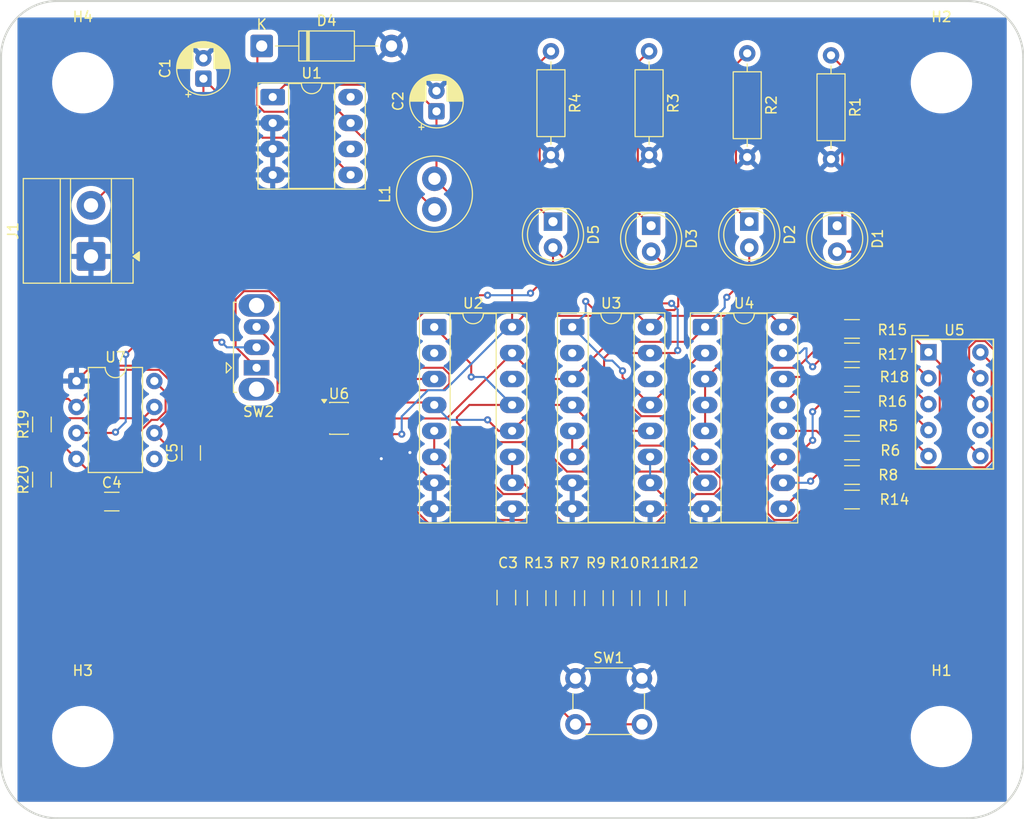
<source format=kicad_pcb>
(kicad_pcb (version 20241229) (generator "pcbnew") (generator_version "9.0")
  (layers (0 "F.Cu" signal) (2 "B.Cu" signal) (13 "F.Paste" user) (15 "B.Paste" user) (5 "F.SilkS" user "F.Silkscreen") (7 "B.SilkS" user "B.Silkscreen") (1 "F.Mask" user) (3 "B.Mask" user) (25 "Edge.Cuts" user))
  (net 0 "")
  (net 1 "GND")
  (net 2 "VD")
  (net 3 "+5V")
  (net 4 "Net-(SW2-A)")
  (net 5 "Net-(U7-THR)")
  (net 6 "Net-(D1-K)")
  (net 7 "Q0")
  (net 8 "Net-(D2-K)")
  (net 9 "Q1")
  (net 10 "Net-(D3-K)")
  (net 11 "Q2")
  (net 12 "Net-(D4-K)")
  (net 13 "Net-(D5-K)")
  (net 14 "Q3")
  (net 15 "Net-(U5-A)")
  (net 16 "Net-(U4-a)")
  (net 17 "Net-(U5-B)")
  (net 18 "Net-(U4-b)")
  (net 19 "Clock")
  (net 20 "Net-(U4-c)")
  (net 21 "Net-(U5-C)")
  (net 22 "Net-(U2A-J)")
  (net 23 "Net-(U2B-J)")
  (net 24 "Net-(U3A-J)")
  (net 25 "Net-(U3B-J)")
  (net 26 "Net-(R13-Pad1)")
  (net 27 "Net-(U5-D)")
  (net 28 "Net-(U4-d)")
  (net 29 "Net-(U4-BI)")
  (net 30 "Net-(U4-e)")
  (net 31 "Net-(U5-E)")
  (net 32 "Net-(U5-F)")
  (net 33 "Net-(U4-f)")
  (net 34 "Net-(U4-g)")
  (net 35 "Net-(U5-G)")
  (net 36 "Net-(U7-DIS)")
  (net 37 "555")
  (net 41 "RESET")
  (footprint "Resistor_SMD:R_1206_3216Metric_Pad1.30x1.75mm_HandSolder" (layer "F.Cu") (at 189.25 101.4)
    (property "Reference" "R8")
    (property "Value" "2k")
  )
  (footprint "Resistor_SMD:R_1206_3216Metric_Pad1.30x1.75mm_HandSolder" (layer "F.Cu") (at 189.25 103.8)
    (property "Reference" "R14")
    (property "Value" "2k")
  )
  (footprint "Resistor_SMD:R_1206_3216Metric_Pad1.30x1.75mm_HandSolder" (layer "F.Cu") (at 172 113.45 90)
    (property "Reference" "R12")
    (property "Value" "10k")
  )
  (footprint "Resistor_THT:R_Axial_DIN0207_L6.3mm_D2.5mm_P10.16mm_Horizontal" (layer "F.Cu") (at 187.2 60.32 -90)
    (property "Reference" "R1")
    (property "Value" "4k7")
  )
  (footprint "Resistor_SMD:R_1206_3216Metric_Pad1.30x1.75mm_HandSolder" (layer "F.Cu") (at 189.25 87.1)
    (property "Reference" "R15")
    (property "Value" "10k")
  )
  (footprint "Resistor_THT:R_Axial_DIN0207_L6.3mm_D2.5mm_P10.16mm_Horizontal" (layer "F.Cu") (at 159.8 59.92 -90)
    (property "Reference" "R4")
    (property "Value" "4k7")
  )
  (footprint "Package_DIP:DIP-16_W7.62mm_Socket_LongPads" (layer "F.Cu") (at 174.88 86.92)
    (property "Reference" "U4")
    (property "Value" "74LS47")
  )
  (footprint "Capacitor_THT:CP_Radial_D5.0mm_P2.00mm" (layer "F.Cu") (at 148.6 65.8 90)
    (property "Reference" "C2")
    (property "Value" "220U")
  )
  (footprint "Diode_THT:D_DO-41_SOD81_P12.70mm_Horizontal" (layer "F.Cu") (at 131.5 59.4)
    (property "Reference" "D4")
    (property "Value" "11DQ06")
  )
  (footprint "Button_Switch_THT:SW_Slide_SPDT_Straight_CK_OS102011MS2Q" (layer "F.Cu") (at 131 90.9 90)
    (property "Reference" "SW2")
    (property "Value" "SW_Wuerth_450301014042")
  )
  (footprint "Capacitor_SMD:C_1206_3216Metric_Pad1.33x1.80mm_HandSolder" (layer "F.Cu") (at 155.4375 113.4 90)
    (property "Reference" "C3")
    (property "Value" "1u")
  )
  (footprint "Resistor_SMD:R_1206_3216Metric_Pad1.30x1.75mm_HandSolder" (layer "F.Cu") (at 189.25 94.2)
    (property "Reference" "R16")
    (property "Value" "2k")
  )
  (footprint "Resistor_SMD:R_1206_3216Metric_Pad1.30x1.75mm_HandSolder" (layer "F.Cu") (at 169.4 113.45 90)
    (property "Reference" "R11")
    (property "Value" "10k")
  )
  (footprint "Package_DIP:DIP-16_W7.62mm_Socket_LongPads" (layer "F.Cu") (at 161.88 86.92)
    (property "Reference" "U3")
    (property "Value" "4027")
  )
  (footprint "Resistor_SMD:R_1206_3216Metric_Pad1.30x1.75mm_HandSolder" (layer "F.Cu") (at 110 101.85 90)
    (property "Reference" "R20")
    (property "Value" "47k")
  )
  (footprint "LED_THT:LED_D5.0mm" (layer "F.Cu") (at 169.6 77 -90)
    (property "Reference" "D3")
    (property "Value" "LED")
  )
  (footprint "Package_TO_SOT_SMD:SOT-23-6" (layer "F.Cu") (at 139.0625 95.85)
    (property "Reference" "U6")
    (property "Value" "74LVC1G11")
  )
  (footprint "Display_7Segment:HDSP-7401" (layer "F.Cu") (at 196.7325 89.3825)
    (property "Reference" "U5")
    (property "Value" "HDSP-7401")
  )
  (footprint "Inductor_THT:L_Radial_D7.2mm_P3.00mm_Murata_1700" (layer "F.Cu") (at 148.4 75.4 90)
    (property "Reference" "L1")
    (property "Value" "330u")
  )
  (footprint "Package_DIP:DIP-16_W7.62mm_Socket_LongPads" (layer "F.Cu") (at 148.38 86.92)
    (property "Reference" "U2")
    (property "Value" "4027")
  )
  (footprint "Capacitor_SMD:C_1206_3216Metric_Pad1.33x1.80mm_HandSolder" (layer "F.Cu") (at 116.8375 104)
    (property "Reference" "C4")
    (property "Value" "100n")
  )
  (footprint "Resistor_THT:R_Axial_DIN0207_L6.3mm_D2.5mm_P10.16mm_Horizontal" (layer "F.Cu") (at 169.4 59.92 -90)
    (property "Reference" "R3")
    (property "Value" "4k7")
  )
  (footprint "Resistor_SMD:R_1206_3216Metric_Pad1.30x1.75mm_HandSolder" (layer "F.Cu") (at 166.8 113.45 90)
    (property "Reference" "R10")
    (property "Value" "10k")
  )
  (footprint "Capacitor_SMD:C_1206_3216Metric_Pad1.33x1.80mm_HandSolder" (layer "F.Cu") (at 124.6 99.2375 90)
    (property "Reference" "C5")
    (property "Value" "10u")
  )
  (footprint "Resistor_SMD:R_1206_3216Metric_Pad1.30x1.75mm_HandSolder" (layer "F.Cu") (at 189.25 91.8)
    (property "Reference" "R18")
    (property "Value" "2k")
  )
  (footprint "MountingHole:MountingHole_5.5mm" (layer "F.Cu") (at 114 127)
    (property "Reference" "H3")
    (property "Value" "MountingHole")
  )
  (footprint "Resistor_SMD:R_1206_3216Metric_Pad1.30x1.75mm_HandSolder" (layer "F.Cu") (at 189.25 99)
    (property "Reference" "R6")
    (property "Value" "2k")
  )
  (footprint "Resistor_SMD:R_1206_3216Metric_Pad1.30x1.75mm_HandSolder" (layer "F.Cu") (at 161.2 113.45 90)
    (property "Reference" "R7")
    (property "Value" "10k")
  )
  (footprint "Package_DIP:DIP-8_W7.62mm_Socket_LongPads" (layer "F.Cu") (at 132.58 64.4)
    (property "Reference" "U1")
    (property "Value" "LM2574N-5")
  )
  (footprint "MountingHole:MountingHole_5.5mm" (layer "F.Cu") (at 198 63)
    (property "Reference" "H2")
    (property "Value" "MountingHole")
  )
  (footprint "LED_THT:LED_D5.0mm" (layer "F.Cu") (at 187.8 77 -90)
    (property "Reference" "D1")
    (property "Value" "LED")
  )
  (footprint "Resistor_SMD:R_1206_3216Metric_Pad1.30x1.75mm_HandSolder" (layer "F.Cu") (at 158.4 113.45 90)
    (property "Reference" "R13")
    (property "Value" "2k")
  )
  (footprint "LED_THT:LED_D5.0mm" (layer "F.Cu") (at 179.2 76.6 -90)
    (property "Reference" "D2")
    (property "Value" "LED")
  )
  (footprint "Button_Switch_THT:SW_PUSH_6mm_H4.3mm" (layer "F.Cu") (at 162.2 121.3)
    (property "Reference" "SW1")
    (property "Value" "SW_Push")
  )
  (footprint "Package_DIP:DIP-8_W7.62mm" (layer "F.Cu") (at 113.38 92.2)
    (property "Reference" "U7")
    (property "Value" "NE555P")
  )
  (footprint "MountingHole:MountingHole_5.5mm" (layer "F.Cu") (at 114 63)
    (property "Reference" "H4")
    (property "Value" "MountingHole")
  )
  (footprint "Capacitor_THT:CP_Radial_D5.0mm_P2.00mm" (layer "F.Cu") (at 125.8 62.6 90)
    (property "Reference" "C1")
    (property "Value" "22u")
  )
  (footprint "Resistor_SMD:R_1206_3216Metric_Pad1.30x1.75mm_HandSolder" (layer "F.Cu") (at 189.25 96.6)
    (property "Reference" "R5")
    (property "Value" "2k")
  )
  (footprint "Resistor_SMD:R_1206_3216Metric_Pad1.30x1.75mm_HandSolder" (layer "F.Cu") (at 110 96.45 90)
    (property "Reference" "R19")
    (property "Value" "47k")
  )
  (footprint "Resistor_SMD:R_1206_3216Metric_Pad1.30x1.75mm_HandSolder" (layer "F.Cu") (at 189.25 89.4)
    (property "Reference" "R17")
    (property "Value" "2k")
  )
  (footprint "Resistor_SMD:R_1206_3216Metric_Pad1.30x1.75mm_HandSolder" (layer "F.Cu") (at 164 113.45 90)
    (property "Reference" "R9")
    (property "Value" "10k")
  )
  (footprint "Resistor_THT:R_Axial_DIN0207_L6.3mm_D2.5mm_P10.16mm_Horizontal" (layer "F.Cu") (at 179 60.12 -90)
    (property "Reference" "R2")
    (property "Value" "4k7")
  )
  (footprint "TerminalBlock_MetzConnect:TerminalBlock_MetzConnect_Type011_RT05502HBLC_1x02_P5.00mm_Horizontal" (layer "F.Cu") (at 114.8 80 90)
    (property "Reference" "J1")
    (property "Value" "Screw_Terminal_01x02")
  )
  (footprint "MountingHole:MountingHole_5.5mm" (layer "F.Cu") (at 198 127)
    (property "Reference" "H1")
    (property "Value" "MountingHole")
  )
  (footprint "LED_THT:LED_D5.0mm" (layer "F.Cu") (at 160 76.6 -90)
    (property "Reference" "D5")
    (property "Value" "LED")
  )
  (gr_arc (start 106 60.5) (mid 107.610913 56.610913) (end 111.5 55) (stroke (width 0.2)) (layer "Edge.Cuts"))
  (gr_line (start 106 129.5) (end 106 60.5) (stroke (width 0.2)) (layer "Edge.Cuts"))
  (gr_line (start 200.5 135) (end 111.5 135) (stroke (width 0.2)) (layer "Edge.Cuts"))
  (gr_line (start 206 60.5) (end 206 129.5) (stroke (width 0.2)) (layer "Edge.Cuts"))
  (gr_arc (start 200.5 55) (mid 204.389087 56.610913) (end 206 60.5) (stroke (width 0.2)) (layer "Edge.Cuts"))
  (gr_arc (start 206 129.5) (mid 204.389087 133.389087) (end 200.5 135) (stroke (width 0.2)) (layer "Edge.Cuts"))
  (gr_line (start 111.5 55) (end 200.5 55) (stroke (width 0.2)) (layer "Edge.Cuts"))
  (gr_arc (start 111.5 135) (mid 107.610913 133.389087) (end 106 129.5) (stroke (width 0.2)) (layer "Edge.Cuts"))
  (segment (start 148.38 102.16) (end 146 99.78) (width 0.2) (layer "F.Cu") (net 1))
  (segment (start 160.024 119.124) (end 162.2 121.3) (width 0.2) (layer "F.Cu") (net 1))
  (segment (start 159.26016 114.049) (end 160.024 114.81284) (width 0.2) (layer "F.Cu") (net 1))
  (segment (start 138.8885 96.459032) (end 138.279468 95.85) (width 0.2) (layer "F.Cu") (net 1))
  (segment (start 125.801 101.44766) (end 123.24866 104) (width 0.2) (layer "F.Cu") (net 1))
  (segment (start 124.6 97.675) (end 125.801 98.876) (width 0.2) (layer "F.Cu") (net 1))
  (segment (start 143.2 99.8) (end 141.895532 99.8) (width 0.2) (layer "F.Cu") (net 1))
  (segment (start 124.6 93.67585) (end 124.6 97.675) (width 0.2) (layer "F.Cu") (net 1))
  (segment (start 155.4375 114.9625) (end 156.351 114.049) (width 0.2) (layer "F.Cu") (net 1))
  (segment (start 113.38 92.2) (end 114.882 90.698) (width 0.2) (layer "F.Cu") (net 1))
  (segment (start 156.351 114.049) (end 159.26016 114.049) (width 0.2) (layer "F.Cu") (net 1))
  (segment (start 125.801 98.876) (end 125.801 101.44766) (width 0.2) (layer "F.Cu") (net 1))
  (segment (start 121.62215 90.698) (end 124.6 93.67585) (width 0.2) (layer "F.Cu") (net 1))
  (segment (start 138.8885 96.792968) (end 138.8885 96.459032) (width 0.2) (layer "F.Cu") (net 1))
  (segment (start 138.279468 95.85) (end 137.925 95.85) (width 0.2) (layer "F.Cu") (net 1))
  (segment (start 160.024 114.81284) (end 160.024 119.124) (width 0.2) (layer "F.Cu") (net 1))
  (segment (start 123.24866 104) (end 118.4 104) (width 0.2) (layer "F.Cu") (net 1))
  (segment (start 141.895532 99.8) (end 138.8885 96.792968) (width 0.2) (layer "F.Cu") (net 1))
  (segment (start 146 99.78) (end 146 99.2) (width 0.2) (layer "F.Cu") (net 1))
  (segment (start 114.882 90.698) (end 121.62215 90.698) (width 0.2) (layer "F.Cu") (net 1))
  (via (at 146 99.2) (size 0.7) (drill 0.3) (layers "F.Cu" "B.Cu") (net 1))
  (via (at 143.2 99.8) (size 0.7) (drill 0.3) (layers "F.Cu" "B.Cu") (net 1))
  (segment (start 146 99.2) (end 143.8 99.2) (width 0.2) (layer "B.Cu") (net 1))
  (segment (start 143.8 99.2) (end 143.2 99.8) (width 0.2) (layer "B.Cu") (net 1))
  (segment (start 143.2 99.8) (end 143 99.6) (width 0.2) (layer "B.Cu") (net 1))
  (segment (start 125.8 64) (end 125.8 62.6) (width 0.2) (layer "F.Cu") (net 2))
  (segment (start 125.8 62.6) (end 131.579 68.379) (width 0.2) (layer "F.Cu") (net 2))
  (segment (start 136.559 68.379) (end 140.2 72.02) (width 0.2) (layer "F.Cu") (net 2))
  (segment (start 131.579 68.379) (end 136.559 68.379) (width 0.2) (layer "F.Cu") (net 2))
  (segment (start 114.8 75) (end 125.8 64) (width 0.2) (layer "F.Cu") (net 2))
  (segment (start 115.275 104) (end 115.275 101.715) (width 0.2) (layer "F.Cu") (net 3))
  (segment (start 183.496 85.924) (end 189.624 85.924) (width 0.2) (layer "F.Cu") (net 3))
  (segment (start 156 86.92) (end 157.101 85.819) (width 0.2) (layer "F.Cu") (net 3))
  (segment (start 189.624 85.924) (end 190.8 87.1) (width 0.2) (layer "F.Cu") (net 3))
  (segment (start 115.275 101.715) (end 113.38 99.82) (width 0.2) (layer "F.Cu") (net 3))
  (segment (start 143.40625 98.39375) (end 146.54605 101.533551) (width 0.2) (layer "F.Cu") (net 3))
  (segment (start 124.126 112.851) (end 115.275 104) (width 0.2) (layer "F.Cu") (net 3))
  (segment (start 148.6 65.8) (end 148.6 72.2) (width 0.2) (layer "F.Cu") (net 3))
  (segment (start 122.101 95.19605) (end 122.101 93.301) (width 0.2) (layer "F.Cu") (net 3))
  (segment (start 133.78 63.2) (end 132.58 64.4) (width 0.2) (layer "F.Cu") (net 3))
  (segment (start 148.4 72.4) (end 156 80) (width 0.2) (layer "F.Cu") (net 3))
  (segment (start 146.54605 101.533551) (end 146.54605 104.85395) (width 0.2) (layer "F.Cu") (net 3))
  (segment (start 115.275 104) (end 115.275 101.44795) (width 0.2) (layer "F.Cu") (net 3))
  (segment (start 169.4 115) (end 172 115) (width 0.2) (layer "F.Cu") (net 3))
  (segment (start 172 115) (end 161.40916 115) (width 0.2) (layer "F.Cu") (net 3))
  (segment (start 168.399 85.819) (end 169.5 86.92) (width 0.2) (layer "F.Cu") (net 3))
  (segment (start 162.376 113.824) (end 161.2 115) (width 0.2) (layer "F.Cu") (net 3))
  (segment (start 110 98) (end 111.56 98) (width 0.2) (layer "F.Cu") (net 3))
  (segment (start 140.862499 95.85) (end 143.40625 98.39375) (width 0.2) (layer "F.Cu") (net 3))
  (segment (start 169.5 86.92) (end 170.601 85.819) (width 0.2) (layer "F.Cu") (net 3))
  (segment (start 190.8 87.1) (end 194.45 87.1) (width 0.2) (layer "F.Cu") (net 3))
  (segment (start 121.29705 96) (end 122.101 95.19605) (width 0.2) (layer "F.Cu") (net 3))
  (segment (start 197.8335 90.4835) (end 197.8335 95.5635) (width 0.2) (layer "F.Cu") (net 3))
  (segment (start 111.56 98) (end 113.38 99.82) (width 0.2) (layer "F.Cu") (net 3))
  (segment (start 157.101 85.819) (end 168.399 85.819) (width 0.2) (layer "F.Cu") (net 3))
  (segment (start 166.8 115) (end 169.4 115) (width 0.2) (layer "F.Cu") (net 3))
  (segment (start 122.101 93.301) (end 121 92.2) (width 0.2) (layer "F.Cu") (net 3))
  (segment (start 146 63.2) (end 133.78 63.2) (width 0.2) (layer "F.Cu") (net 3))
  (segment (start 156 80) (end 156 86.92) (width 0.2) (layer "F.Cu") (net 3))
  (segment (start 162.376 111.26484) (end 162.376 113.824) (width 0.2) (layer "F.Cu") (net 3))
  (segment (start 144.4 97.4) (end 143.40625 98.39375) (width 0.2) (layer "F.Cu") (net 3))
  (segment (start 140.2 95.85) (end 140.862499 95.85) (width 0.2) (layer "F.Cu") (net 3))
  (segment (start 170.601 85.819) (end 181.399 85.819) (width 0.2) (layer "F.Cu") (net 3))
  (segment (start 181.399 85.819) (end 182.5 86.92) (width 0.2) (layer "F.Cu") (net 3))
  (segment (start 120.72295 96) (end 121.29705 96) (width 0.2) (layer "F.Cu") (net 3))
  (segment (start 161.2 115) (end 164 115) (width 0.2) (layer "F.Cu") (net 3))
  (segment (start 148.6 65.8) (end 146 63.2) (width 0.2) (layer "F.Cu") (net 3))
  (segment (start 148.6 72.2) (end 148.4 72.4) (width 0.2) (layer "F.Cu") (net 3))
  (segment (start 161.40916 115) (end 159.26016 112.851) (width 0.2) (layer "F.Cu") (net 3))
  (segment (start 146.54605 104.85395) (end 152.1651 110.473) (width 0.2) (layer "F.Cu") (net 3))
  (segment (start 194.45 87.1) (end 196.7325 89.3825) (width 0.2) (layer "F.Cu") (net 3))
  (segment (start 115.275 101.44795) (end 120.72295 96) (width 0.2) (layer "F.Cu") (net 3))
  (segment (start 164 115) (end 166.8 115) (width 0.2) (layer "F.Cu") (net 3))
  (segment (start 197.8335 95.5635) (end 201.8125 99.5425) (width 0.2) (layer "F.Cu") (net 3))
  (segment (start 145.2 97.4) (end 144.4 97.4) (width 0.2) (layer "F.Cu") (net 3))
  (segment (start 152.1651 110.473) (end 161.58416 110.473) (width 0.2) (layer "F.Cu") (net 3))
  (segment (start 196.7325 89.3825) (end 197.8335 90.4835) (width 0.2) (layer "F.Cu") (net 3))
  (segment (start 159.26016 112.851) (end 124.126 112.851) (width 0.2) (layer "F.Cu") (net 3))
  (segment (start 161.58416 110.473) (end 162.376 111.26484) (width 0.2) (layer "F.Cu") (net 3))
  (segment (start 182.5 86.92) (end 183.496 85.924) (width 0.2) (layer "F.Cu") (net 3))
  (via (at 145.2 97.4) (size 0.7) (drill 0.3) (layers "F.Cu" "B.Cu") (net 3))
  (segment (start 149.419 93.101) (end 155.6 86.92) (width 0.2) (layer "B.Cu") (net 3))
  (segment (start 145.2 95.6635) (end 147.7625 93.101) (width 0.2) (layer "B.Cu") (net 3))
  (segment (start 147.7625 93.101) (end 149.419 93.101) (width 0.2) (layer "B.Cu") (net 3))
  (segment (start 145.2 97.4) (end 145.2 95.6635) (width 0.2) (layer "B.Cu") (net 3))
  (segment (start 155.6 86.92) (end 156 86.92) (width 0.2) (layer "B.Cu") (net 3))
  (segment (start 155.4375 111.8375) (end 151.658032 111.8375) (width 0.2) (layer "F.Cu") (net 4))
  (segment (start 133.051 93.230468) (end 133.051 88.951) (width 0.2) (layer "F.Cu") (net 4))
  (segment (start 151.658032 111.8375) (end 133.051 93.230468) (width 0.2) (layer "F.Cu") (net 4))
  (segment (start 158.4 111.9) (end 155.5 111.9) (width 0.2) (layer "F.Cu") (net 4))
  (segment (start 133.051 88.951) (end 131 86.9) (width 0.2) (layer "F.Cu") (net 4))
  (segment (start 155.5 111.9) (end 155.4375 111.8375) (width 0.2) (layer "F.Cu") (net 4))
  (segment (start 122.502 92.14495) (end 121.45605 91.099) (width 0.2) (layer "F.Cu") (net 5))
  (segment (start 108.199 103.41016) (end 108.199 94.88984) (width 0.2) (layer "F.Cu") (net 5))
  (segment (start 110.86016 104.351) (end 109.13984 104.351) (width 0.2) (layer "F.Cu") (net 5))
  (segment (start 109.13984 104.351) (end 108.199 103.41016) (width 0.2) (layer "F.Cu") (net 5))
  (segment (start 111.176 104.03516) (end 110.86016 104.351) (width 0.2) (layer "F.Cu") (net 5))
  (segment (start 111.176 101.476) (end 111.176 104.03516) (width 0.2) (layer "F.Cu") (net 5))
  (segment (start 117.021 91.099) (end 113.38 94.74) (width 0.2) (layer "F.Cu") (net 5))
  (segment (start 122.502 95.778) (end 122.502 92.14495) (width 0.2) (layer "F.Cu") (net 5))
  (segment (start 121.45605 91.099) (end 117.021 91.099) (width 0.2) (layer "F.Cu") (net 5))
  (segment (start 121 97.28) (end 122.502 95.778) (width 0.2) (layer "F.Cu") (net 5))
  (segment (start 124.6 100.8) (end 124.52 100.8) (width 0.2) (layer "F.Cu") (net 5))
  (segment (start 112.580001 93.940001) (end 113.38 94.74) (width 0.2) (layer "F.Cu") (net 5))
  (segment (start 110 100.3) (end 111.176 101.476) (width 0.2) (layer "F.Cu") (net 5))
  (segment (start 108.199 94.88984) (end 109.148839 93.940001) (width 0.2) (layer "F.Cu") (net 5))
  (segment (start 109.148839 93.940001) (end 112.580001 93.940001) (width 0.2) (layer "F.Cu") (net 5))
  (segment (start 124.52 100.8) (end 121 97.28) (width 0.2) (layer "F.Cu") (net 5))
  (segment (start 188.301 76.499) (end 187.8 77) (width 0.2) (layer "F.Cu") (net 6))
  (segment (start 188.301 61.421) (end 188.301 76.499) (width 0.2) (layer "F.Cu") (net 6))
  (segment (start 187.2 60.32) (end 188.301 61.421) (width 0.2) (layer "F.Cu") (net 6))
  (segment (start 153.4 101.517049) (end 153.4 98.181) (width 0.2) (layer "F.Cu") (net 7))
  (segment (start 148.38 86.92) (end 152 90.54) (width 0.2) (layer "F.Cu") (net 7))
  (segment (start 173.779 101.059) (end 174.88 102.16) (width 0.2) (layer "F.Cu") (net 7))
  (segment (start 151.810057 94.54) (end 150.599 95.751057) (width 0.2) (layer "F.Cu") (net 7))
  (segment (start 153.4 98.181) (end 158.483951 98.181) (width 0.2) (layer "F.Cu") (net 7))
  (segment (start 165.624 112.53516) (end 165.624 111.2911) (width 0.2) (layer "F.Cu") (net 7))
  (segment (start 150.599 95.751057) (end 150.599 96.248943) (width 0.2) (layer "F.Cu") (net 7))
  (segment (start 165.624 111.2911) (end 157.5939 103.261) (width 0.2) (layer "F.Cu") (net 7))
  (segment (start 155.143951 103.261) (end 153.4 101.517049) (width 0.2) (layer "F.Cu") (net 7))
  (segment (start 150.599 96.248943) (end 152.531057 98.181) (width 0.2) (layer "F.Cu") (net 7))
  (segment (start 152 90.54) (end 152 91.8) (width 0.2) (layer "F.Cu") (net 7))
  (segment (start 157.5939 103.261) (end 155.143951 103.261) (width 0.2) (layer "F.Cu") (net 7))
  (segment (start 152.531057 98.181) (end 153.4 98.181) (width 0.2) (layer "F.Cu") (net 7))
  (segment (start 204.1165 100.49685) (end 191.36135 113.252) (width 0.2) (layer "F.Cu") (net 7))
  (segment (start 158.483951 98.181) (end 161.361951 101.059) (width 0.2) (layer "F.Cu") (net 7))
  (segment (start 194.66125 79.54) (end 204.1165 88.99525) (width 0.2) (layer "F.Cu") (net 7))
  (segment (start 187.8 79.54) (end 194.66125 79.54) (width 0.2) (layer "F.Cu") (net 7))
  (segment (start 161.361951 101.059) (end 173.779 101.059) (width 0.2) (layer "F.Cu") (net 7))
  (segment (start 191.36135 113.252) (end 166.34084 113.252) (width 0.2) (layer "F.Cu") (net 7))
  (segment (start 156 94.54) (end 151.810057 94.54) (width 0.2) (layer "F.Cu") (net 7))
  (segment (start 204.1165 88.99525) (end 204.1165 100.49685) (width 0.2) (layer "F.Cu") (net 7))
  (segment (start 166.34084 113.252) (end 165.624 112.53516) (width 0.2) (layer "F.Cu") (net 7))
  (via (at 152 91.8) (size 0.7) (drill 0.3) (layers "F.Cu" "B.Cu") (net 7))
  (segment (start 153.26 91.8) (end 156 94.54) (width 0.2) (layer "B.Cu") (net 7))
  (segment (start 152 91.8) (end 153.26 91.8) (width 0.2) (layer "B.Cu") (net 7))
  (segment (start 177.899 75.299) (end 179.2 76.6) (width 0.2) (layer "F.Cu") (net 8))
  (segment (start 179 60.12) (end 177.899 61.221) (width 0.2) (layer "F.Cu") (net 8))
  (segment (start 177.899 61.221) (end 177.899 75.299) (width 0.2) (layer "F.Cu") (net 8))
  (segment (start 179.2 79.14) (end 179.2 81.8) (width 0.2) (layer "F.Cu") (net 9))
  (segment (start 173.441 88.359) (end 165.521 88.359) (width 0.2) (layer "F.Cu") (net 9))
  (segment (start 174.88 86.92) (end 173.441 88.359) (width 0.2) (layer "F.Cu") (net 9))
  (segment (start 158.54 92) (end 156 89.46) (width 0.2) (layer "F.Cu") (net 9))
  (segment (start 149.5965 95.8635) (end 142.440968 95.8635) (width 0.2) (layer "F.Cu") (net 9))
  (segment (start 142.440968 95.8635) (end 141.477468 94.9) (width 0.2) (layer "F.Cu") (net 9))
  (segment (start 179.2 81.8) (end 177 84) (width 0.2) (layer "F.Cu") (net 9))
  (segment (start 165.521 88.359) (end 161.88 92) (width 0.2) (layer "F.Cu") (net 9))
  (segment (start 141.477468 94.9) (end 140.2 94.9) (width 0.2) (layer "F.Cu") (net 9))
  (segment (start 156 89.46) (end 149.5965 95.8635) (width 0.2) (layer "F.Cu") (net 9))
  (segment (start 161.88 92) (end 158.54 92) (width 0.2) (layer "F.Cu") (net 9))
  (via (at 177 84) (size 0.7) (drill 0.3) (layers "F.Cu" "B.Cu") (net 9))
  (segment (start 177 84) (end 176.8 84.2) (width 0.2) (layer "B.Cu") (net 9))
  (segment (start 176.8 84.2) (end 176.8 85) (width 0.2) (layer "B.Cu") (net 9))
  (segment (start 176.8 85) (end 174.88 86.92) (width 0.2) (layer "B.Cu") (net 9))
  (segment (start 169.4 59.92) (end 168.299 61.021) (width 0.2) (layer "F.Cu") (net 10))
  (segment (start 168.299 61.021) (end 168.299 75.699) (width 0.2) (layer "F.Cu") (net 10))
  (segment (start 168.299 75.699) (end 169.6 77) (width 0.2) (layer "F.Cu") (net 10))
  (segment (start 172.251 84.869654) (end 171.869654 85.251) (width 0.2) (layer "F.Cu") (net 11))
  (segment (start 172.251 82.191) (end 172.251 84.869654) (width 0.2) (layer "F.Cu") (net 11))
  (segment (start 166.8 91.84) (end 166.8 91.2) (width 0.2) (layer "F.Cu") (net 11))
  (segment (start 169.5 94.54) (end 166.8 91.84) (width 0.2) (layer "F.Cu") (net 11))
  (segment (start 174.88 89.46) (end 174.58 89.46) (width 0.2) (layer "F.Cu") (net 11))
  (segment (start 174.58 89.46) (end 169.5 94.54) (width 0.2) (layer "F.Cu") (net 11))
  (segment (start 164.051 85.251) (end 163.2 84.4) (width 0.2) (layer "F.Cu") (net 11))
  (segment (start 171.869654 85.251) (end 164.051 85.251) (width 0.2) (layer "F.Cu") (net 11))
  (segment (start 169.6 79.54) (end 172.251 82.191) (width 0.2) (layer "F.Cu") (net 11))
  (via (at 163.2 84.4) (size 0.7) (drill 0.3) (layers "F.Cu" "B.Cu") (net 11))
  (via (at 166.8 91.2) (size 0.7) (drill 0.3) (layers "F.Cu" "B.Cu") (net 11))
  (segment (start 163.2 84.4) (end 163.2 85.6) (width 0.2) (layer "B.Cu") (net 11))
  (segment (start 163.2 85.6) (end 161.88 86.92) (width 0.2) (layer "B.Cu") (net 11))
  (segment (start 165.16 90.2) (end 161.88 86.92) (width 0.2) (layer "B.Cu") (net 11))
  (segment (start 166.8 91.2) (end 165.8 90.2) (width 0.2) (layer "B.Cu") (net 11))
  (segment (start 165.8 90.2) (end 165.16 90.2) (width 0.2) (layer "B.Cu") (net 11))
  (segment (start 139.099 65.839) (end 140.2 66.94) (width 0.2) (layer "F.Cu") (net 12))
  (segment (start 140.2 66.94) (end 140.2 67.2) (width 0.2) (layer "F.Cu") (net 12))
  (segment (start 131.079 65.18516) (end 131.73284 65.839) (width 0.2) (layer "F.Cu") (net 12))
  (segment (start 131.73284 65.839) (end 139.099 65.839) (width 0.2) (layer "F.Cu") (net 12))
  (segment (start 131.079 59.821) (end 131.079 65.18516) (width 0.2) (layer "F.Cu") (net 12))
  (segment (start 140.2 67.2) (end 148.4 75.4) (width 0.2) (layer "F.Cu") (net 12))
  (segment (start 131.5 59.4) (end 131.079 59.821) (width 0.2) (layer "F.Cu") (net 12))
  (segment (start 159.8 59.92) (end 158.699 61.021) (width 0.2) (layer "F.Cu") (net 13))
  (segment (start 158.699 75.299) (end 160 76.6) (width 0.2) (layer "F.Cu") (net 13))
  (segment (start 158.699 61.021) (end 158.699 75.299) (width 0.2) (layer "F.Cu") (net 13))
  (segment (start 153.6 83.8) (end 149.025 83.8) (width 0.2) (layer "F.Cu") (net 14))
  (segment (start 165.46 84.6) (end 160 79.14) (width 0.2) (layer "F.Cu") (net 14))
  (segment (start 171.6 84.6) (end 165.46 84.6) (width 0.2) (layer "F.Cu") (net 14))
  (segment (start 149.025 83.8) (end 141.926 90.899) (width 0.2) (layer "F.Cu") (net 14))
  (segment (start 170.901 95.641) (end 168.643951 95.641) (width 0.2) (layer "F.Cu") (net 14))
  (segment (start 174.88 99.62) (end 170.901 95.641) (width 0.2) (layer "F.Cu") (net 14))
  (segment (start 149.236049 90.899) (end 149.881 91.543951) (width 0.2) (layer "F.Cu") (net 14))
  (segment (start 169.5 89.46) (end 171.94 89.46) (width 0.2) (layer "F.Cu") (net 14))
  (segment (start 165.490057 89.46) (end 169.5 89.46) (width 0.2) (layer "F.Cu") (net 14))
  (segment (start 164.999 91.996049) (end 164.999 89.951057) (width 0.2) (layer "F.Cu") (net 14))
  (segment (start 160 79.14) (end 160 81.4) (width 0.2) (layer "F.Cu") (net 14))
  (segment (start 139.724 93.101) (end 137.925 94.9) (width 0.2) (layer "F.Cu") (net 14))
  (segment (start 171.94 89.46) (end 172.2 89.2) (width 0.2) (layer "F.Cu") (net 14))
  (segment (start 168.643951 95.641) (end 164.999 91.996049) (width 0.2) (layer "F.Cu") (net 14))
  (segment (start 164.999 89.951057) (end 165.490057 89.46) (width 0.2) (layer "F.Cu") (net 14))
  (segment (start 149.881 92.456049) (end 149.236049 93.101) (width 0.2) (layer "F.Cu") (net 14))
  (segment (start 141.926 90.899) (end 149.236049 90.899) (width 0.2) (layer "F.Cu") (net 14))
  (segment (start 149.236049 93.101) (end 139.724 93.101) (width 0.2) (layer "F.Cu") (net 14))
  (segment (start 160 81.4) (end 157.8 83.6) (width 0.2) (layer "F.Cu") (net 14))
  (segment (start 149.881 91.543951) (end 149.881 92.456049) (width 0.2) (layer "F.Cu") (net 14))
  (via (at 172.2 89.2) (size 0.7) (drill 0.3) (layers "F.Cu" "B.Cu") (net 14))
  (via (at 171.6 84.6) (size 0.7) (drill 0.3) (layers "F.Cu" "B.Cu") (net 14))
  (via (at 153.6 83.8) (size 0.7) (drill 0.3) (layers "F.Cu" "B.Cu") (net 14))
  (via (at 157.8 83.6) (size 0.7) (drill 0.3) (layers "F.Cu" "B.Cu") (net 14))
  (segment (start 172 85) (end 171.6 84.6) (width 0.2) (layer "B.Cu") (net 14))
  (segment (start 172.2 89.2) (end 172.2 85.2) (width 0.2) (layer "B.Cu") (net 14))
  (segment (start 157.6 83.8) (end 153.6 83.8) (width 0.2) (layer "B.Cu") (net 14))
  (segment (start 157.8 83.6) (end 157.6 83.8) (width 0.2) (layer "B.Cu") (net 14))
  (segment (start 172.2 85.2) (end 172 85) (width 0.2) (layer "B.Cu") (net 14))
  (segment (start 194.8435 100.6435) (end 202.26855 100.6435) (width 0.2) (layer "F.Cu") (net 15))
  (segment (start 190.8 96.6) (end 194.8435 100.6435) (width 0.2) (layer "F.Cu") (net 15))
  (segment (start 202.26855 100.6435) (end 202.9135 99.99855) (width 0.2) (layer "F.Cu") (net 15))
  (segment (start 202.9135 90.4835) (end 201.8125 89.3825) (width 0.2) (layer "F.Cu") (net 15))
  (segment (start 202.9135 99.99855) (end 202.9135 90.4835) (width 0.2) (layer "F.Cu") (net 15))
  (segment (start 187.7 96.6) (end 188.651 95.649) (width 0.2) (layer "F.Cu") (net 16))
  (segment (start 184.016 93.024) (end 182.5 94.54) (width 0.2) (layer "F.Cu") (net 16))
  (segment (start 188.651 95.649) (end 188.651 93.33984) (width 0.2) (layer "F.Cu") (net 16))
  (segment (start 188.651 93.33984) (end 188.33516 93.024) (width 0.2) (layer "F.Cu") (net 16))
  (segment (start 188.33516 93.024) (end 184.016 93.024) (width 0.2) (layer "F.Cu") (net 16))
  (segment (start 201.35645 88.2815) (end 200.7115 88.92645) (width 0.2) (layer "F.Cu") (net 17))
  (segment (start 190.8 99) (end 192.8445 101.0445) (width 0.2) (layer "F.Cu") (net 17))
  (segment (start 200.7115 88.92645) (end 200.7115 90.8215) (width 0.2) (layer "F.Cu") (net 17))
  (segment (start 203.3145 100.16465) (end 203.3145 89.32745) (width 0.2) (layer "F.Cu") (net 17))
  (segment (start 192.8445 101.0445) (end 202.43465 101.0445) (width 0.2) (layer "F.Cu") (net 17))
  (segment (start 202.43465 101.0445) (end 203.3145 100.16465) (width 0.2) (layer "F.Cu") (net 17))
  (segment (start 203.3145 89.32745) (end 202.26855 88.2815) (width 0.2) (layer "F.Cu") (net 17))
  (segment (start 202.26855 88.2815) (end 201.35645 88.2815) (width 0.2) (layer "F.Cu") (net 17))
  (segment (start 200.7115 90.8215) (end 201.8125 91.9225) (width 0.2) (layer "F.Cu") (net 17))
  (segment (start 187.7 99) (end 185.78 97.08) (width 0.2) (layer "F.Cu") (net 18))
  (segment (start 185.78 97.08) (end 182.5 97.08) (width 0.2) (layer "F.Cu") (net 18))
  (segment (start 160.174 110.874) (end 151.999 110.874) (width 0.2) (layer "F.Cu") (net 19))
  (segment (start 137.570532 96.8) (end 137.925 96.8) (width 0.2) (layer "F.Cu") (net 19))
  (segment (start 138.260266 93.260266) (end 136.9615 94.559032) (width 0.2) (layer "F.Cu") (net 19))
  (segment (start 161.2 111.9) (end 160.174 110.874) (width 0.2) (layer "F.Cu") (net 19))
  (segment (start 151.999 110.874) (end 137.925 96.8) (width 0.2) (layer "F.Cu") (net 19))
  (segment (start 131 90.9) (end 128.949 88.849) (width 0.2) (layer "F.Cu") (net 19))
  (segment (start 128.949 88.849) (end 128.949 84.219687) (width 0.2) (layer "F.Cu") (net 19))
  (segment (start 128.949 84.219687) (end 129.769687 83.399) (width 0.2) (layer "F.Cu") (net 19))
  (segment (start 138.260266 89.428953) (end 138.260266 93.260266) (width 0.2) (layer "F.Cu") (net 19))
  (segment (start 139.520532 92) (end 138.260266 93.260266) (width 0.2) (layer "F.Cu") (net 19))
  (segment (start 136.9615 94.559032) (end 136.9615 96.190968) (width 0.2) (layer "F.Cu") (net 19))
  (segment (start 129.769687 83.399) (end 132.230313 83.399) (width 0.2) (layer "F.Cu") (net 19))
  (segment (start 136.9615 96.190968) (end 137.570532 96.8) (width 0.2) (layer "F.Cu") (net 19))
  (segment (start 132.230313 83.399) (end 138.260266 89.428953) (width 0.2) (layer "F.Cu") (net 19))
  (segment (start 148.38 92) (end 139.520532 92) (width 0.2) (layer "F.Cu") (net 19))
  (segment (start 187.7 101.457049) (end 183.356049 105.801) (width 0.2) (layer "F.Cu") (net 20))
  (segment (start 180.999 101.121) (end 182.5 99.62) (width 0.2) (layer "F.Cu") (net 20))
  (segment (start 181.643951 105.801) (end 180.999 105.156049) (width 0.2) (layer "F.Cu") (net 20))
  (segment (start 180.999 105.156049) (end 180.999 101.121) (width 0.2) (layer "F.Cu") (net 20))
  (segment (start 187.7 101.4) (end 187.7 101.457049) (width 0.2) (layer "F.Cu") (net 20))
  (segment (start 183.356049 105.801) (end 181.643951 105.801) (width 0.2) (layer "F.Cu") (net 20))
  (segment (start 203.7155 100.33075) (end 203.7155 89.16135) (width 0.2) (layer "F.Cu") (net 21))
  (segment (start 203.7155 89.16135) (end 202.43465 87.8805) (width 0.2) (layer "F.Cu") (net 21))
  (segment (start 202.43465 87.8805) (end 201.19035 87.8805) (width 0.2) (layer "F.Cu") (net 21))
  (segment (start 190.8 101.4) (end 190.8455 101.4455) (width 0.2) (layer "F.Cu") (net 21))
  (segment (start 200.3105 88.76035) (end 200.3105 92.9605) (width 0.2) (layer "F.Cu") (net 21))
  (segment (start 190.8455 101.4455) (end 202.60075 101.4455) (width 0.2) (layer "F.Cu") (net 21))
  (segment (start 202.60075 101.4455) (end 203.7155 100.33075) (width 0.2) (layer "F.Cu") (net 21))
  (segment (start 200.3105 92.9605) (end 201.8125 94.4625) (width 0.2) (layer "F.Cu") (net 21))
  (segment (start 201.19035 87.8805) (end 200.3105 88.76035) (width 0.2) (layer "F.Cu") (net 21))
  (segment (start 154.561 105.801) (end 148.38 99.62) (width 0.2) (layer "F.Cu") (net 22))
  (segment (start 157.901 105.801) (end 154.561 105.801) (width 0.2) (layer "F.Cu") (net 22))
  (segment (start 164 111.9) (end 157.901 105.801) (width 0.2) (layer "F.Cu") (net 22))
  (segment (start 148.38 99.62) (end 148.38 97.08) (width 0.2) (layer "F.Cu") (net 22))
  (segment (start 157.06 102.16) (end 156 102.16) (width 0.2) (layer "F.Cu") (net 23))
  (segment (start 166.8 111.9) (end 157.06 102.16) (width 0.2) (layer "F.Cu") (net 23))
  (segment (start 156 99.62) (end 156 102.16) (width 0.2) (layer "F.Cu") (net 23))
  (segment (start 162.981 98.519) (end 161.88 99.62) (width 0.2) (layer "F.Cu") (net 24))
  (segment (start 174.023951 103.261) (end 175.736049 103.261) (width 0.2) (layer "F.Cu") (net 24))
  (segment (start 174.3461 101.059) (end 171.8061 98.519) (width 0.2) (layer "F.Cu") (net 24))
  (segment (start 171.8061 98.519) (end 162.981 98.519) (width 0.2) (layer "F.Cu") (net 24))
  (segment (start 169.4 107.884951) (end 174.023951 103.261) (width 0.2) (layer "F.Cu") (net 24))
  (segment (start 161.88 97.08) (end 161.88 99.62) (width 0.2) (layer "F.Cu") (net 24))
  (segment (start 176.381 102.616049) (end 176.381 101.703951) (width 0.2) (layer "F.Cu") (net 24))
  (segment (start 175.736049 103.261) (end 176.381 102.616049) (width 0.2) (layer "F.Cu") (net 24))
  (segment (start 169.4 111.9) (end 169.4 107.884951) (width 0.2) (layer "F.Cu") (net 24))
  (segment (start 175.736049 101.059) (end 174.3461 101.059) (width 0.2) (layer "F.Cu") (net 24))
  (segment (start 176.381 101.703951) (end 175.736049 101.059) (width 0.2) (layer "F.Cu") (net 24))
  (segment (start 168.224 112.53516) (end 168.224 107.976) (width 0.2) (layer "F.Cu") (net 25))
  (segment (start 168.53984 112.851) (end 168.224 112.53516) (width 0.2) (layer "F.Cu") (net 25))
  (segment (start 168.224 107.976) (end 171.001 105.199) (width 0.2) (layer "F.Cu") (net 25))
  (segment (start 171.001 105.199) (end 171.001 103.661) (width 0.2) (layer "F.Cu") (net 25))
  (segment (start 171.001 103.661) (end 169.5 102.16) (width 0.2) (layer "F.Cu") (net 25))
  (segment (start 172 111.9) (end 171.049 112.851) (width 0.2) (layer "F.Cu") (net 25))
  (segment (start 171.049 112.851) (end 168.53984 112.851) (width 0.2) (layer "F.Cu") (net 25))
  (segment (start 169.5 99.62) (end 169.5 102.16) (width 0.2) (layer "B.Cu") (net 25))
  (segment (start 158.4 122) (end 162.2 125.8) (width 0.2) (layer "F.Cu") (net 26))
  (segment (start 162.2 125.8) (end 168.7 125.8) (width 0.2) (layer "F.Cu") (net 26))
  (segment (start 158.4 115) (end 158.4 122) (width 0.2) (layer "F.Cu") (net 26))
  (segment (start 189.849 102.849) (end 189.849 95.73984) (width 0.2) (layer "F.Cu") (net 27))
  (segment (start 190.8 103.8) (end 189.849 102.849) (width 0.2) (layer "F.Cu") (net 27))
  (segment (start 190.16484 95.424) (end 192.614 95.424) (width 0.2) (layer "F.Cu") (net 27))
  (segment (start 192.614 95.424) (end 196.7325 99.5425) (width 0.2) (layer "F.Cu") (net 27))
  (segment (start 189.849 95.73984) (end 190.16484 95.424) (width 0.2) (layer "F.Cu") (net 27))
  (segment (start 187.7 103.8) (end 188.651 102.849) (width 0.2) (layer "F.Cu") (net 28))
  (segment (start 186.976 100.224) (end 185.2 102) (width 0.2) (layer "F.Cu") (net 28))
  (segment (start 188.651 102.849) (end 188.651 100.53984) (width 0.2) (layer "F.Cu") (net 28))
  (segment (start 188.651 100.53984) (end 188.33516 100.224) (width 0.2) (layer "F.Cu") (net 28))
  (segment (start 188.33516 100.224) (end 186.976 100.224) (width 0.2) (layer "F.Cu") (net 28))
  (via (at 185.2 102) (size 0.7) (drill 0.3) (layers "F.Cu" "B.Cu") (net 28))
  (segment (start 185.04 102.16) (end 182.5 102.16) (width 0.2) (layer "B.Cu") (net 28))
  (segment (start 185.2 102) (end 185.04 102.16) (width 0.2) (layer "B.Cu") (net 28))
  (segment (start 183.901 90.899) (end 175.981 90.899) (width 0.2) (layer "F.Cu") (net 29))
  (segment (start 174.88 94.54) (end 174.88 97.08) (width 0.2) (layer "F.Cu") (net 29))
  (segment (start 174.88 94.54) (end 174.88 92) (width 0.2) (layer "F.Cu") (net 29))
  (segment (start 175.981 90.899) (end 174.88 92) (width 0.2) (layer "F.Cu") (net 29))
  (segment (start 187.7 87.1) (end 183.901 90.899) (width 0.2) (layer "F.Cu") (net 29))
  (segment (start 184.4 99) (end 184.001 99) (width 0.2) (layer "F.Cu") (net 30))
  (segment (start 185.4 98) (end 184.4 99) (width 0.2) (layer "F.Cu") (net 30))
  (segment (start 186.4 94.2) (end 185.4 95.2) (width 0.2) (layer "F.Cu") (net 30))
  (segment (start 184.001 103.199) (end 182.5 104.7) (width 0.2) (layer "F.Cu") (net 30))
  (segment (start 187.7 94.2) (end 186.4 94.2) (width 0.2) (layer "F.Cu") (net 30))
  (segment (start 184.001 99) (end 184.001 103.199) (width 0.2) (layer "F.Cu") (net 30))
  (via (at 185.4 98) (size 0.7) (drill 0.3) (layers "F.Cu" "B.Cu") (net 30))
  (via (at 185.4 95.2) (size 0.7) (drill 0.3) (layers "F.Cu" "B.Cu") (net 30))
  (segment (start 185.4 95.2) (end 185.4 98) (width 0.2) (layer "B.Cu") (net 30))
  (segment (start 190.8 94.2) (end 193.93 94.2) (width 0.2) (layer "F.Cu") (net 31))
  (segment (start 193.93 94.2) (end 196.7325 97.0025) (width 0.2) (layer "F.Cu") (net 31))
  (segment (start 194.21 89.4) (end 196.7325 91.9225) (width 0.2) (layer "F.Cu") (net 32))
  (segment (start 190.8 89.4) (end 194.21 89.4) (width 0.2) (layer "F.Cu") (net 32))
  (segment (start 187.7 89.4) (end 186.8 89.4) (width 0.2) (layer "F.Cu") (net 33))
  (segment (start 186.8 89.4) (end 185.4 90.8) (width 0.2) (layer "F.Cu") (net 33))
  (via (at 185.4 90.8) (size 0.7) (drill 0.3) (layers "F.Cu" "B.Cu") (net 33))
  (segment (start 185.4 90.8) (end 184.8 90.2) (width 0.2) (layer "B.Cu") (net 33))
  (segment (start 184.8 89) (end 184.6 89) (width 0.2) (layer "B.Cu") (net 33))
  (segment (start 184.8 90.2) (end 184.8 89) (width 0.2) (layer "B.Cu") (net 33))
  (segment (start 184.6 89) (end 184.14 89.46) (width 0.2) (layer "B.Cu") (net 33))
  (segment (start 184.14 89.46) (end 182.5 89.46) (width 0.2) (layer "B.Cu") (net 33))
  (segment (start 182.7 91.8) (end 182.5 92) (width 0.2) (layer "F.Cu") (net 34))
  (segment (start 187.7 91.8) (end 182.7 91.8) (width 0.2) (layer "F.Cu") (net 34))
  (segment (start 190.8 91.8) (end 194.07 91.8) (width 0.2) (layer "F.Cu") (net 35))
  (segment (start 194.07 91.8) (end 196.7325 94.4625) (width 0.2) (layer "F.Cu") (net 35))
  (segment (start 108.6 102) (end 108.6 96.3) (width 0.2) (layer "F.Cu") (net 36))
  (segment (start 110 103.4) (end 108.6 102) (width 0.2) (layer "F.Cu") (net 36))
  (segment (start 110.941 95.841) (end 119.899 95.841) (width 0.2) (layer "F.Cu") (net 36))
  (segment (start 108.6 96.3) (end 110 94.9) (width 0.2) (layer "F.Cu") (net 36))
  (segment (start 110 94.9) (end 110.941 95.841) (width 0.2) (layer "F.Cu") (net 36))
  (segment (start 119.899 95.841) (end 121 94.74) (width 0.2) (layer "F.Cu") (net 36))
  (segment (start 118.2 89.6) (end 119.6 88.2) (width 0.2) (layer "F.Cu") (net 37))
  (segment (start 127.4 88.2) (end 127.6 88.4) (width 0.2) (layer "F.Cu") (net 37))
  (segment (start 117.12 97.28) (end 117.2 97.2) (width 0.2) (layer "F.Cu") (net 37))
  (segment (start 119.6 88.2) (end 126.6 88.2) (width 0.2) (layer "F.Cu") (net 37))
  (segment (start 113.38 97.28) (end 117.12 97.28) (width 0.2) (layer "F.Cu") (net 37))
  (segment (start 126.6 88.2) (end 127.4 88.2) (width 0.2) (layer "F.Cu") (net 37))
  (via (at 117.2 97.2) (size 0.7) (drill 0.3) (layers "F.Cu" "B.Cu") (net 37))
  (via (at 127.6 88.4) (size 0.7) (drill 0.3) (layers "F.Cu" "B.Cu") (net 37))
  (via (at 118.2 89.6) (size 0.7) (drill 0.3) (layers "F.Cu" "B.Cu") (net 37))
  (segment (start 127.6 88.4) (end 128.1 88.9) (width 0.2) (layer "B.Cu") (net 37))
  (segment (start 128.1 88.9) (end 131 88.9) (width 0.2) (layer "B.Cu") (net 37))
  (segment (start 118.2 96.2) (end 118.2 89.6) (width 0.2) (layer "B.Cu") (net 37))
  (segment (start 117.2 97.2) (end 118.2 96.2) (width 0.2) (layer "B.Cu") (net 37))
  (segment (start 139.2365 96.190968) (end 139.845532 96.8) (width 0.2) (layer "F.Cu") (net 41))
  (segment (start 139.845532 96.8) (end 140.2 96.8) (width 0.2) (layer "F.Cu") (net 41))
  (segment (start 139.2365 94.559032) (end 139.2365 96.190968) (width 0.2) (layer "F.Cu") (net 41))
  (segment (start 148.38 94.54) (end 148.139 94.299) (width 0.2) (layer "F.Cu") (net 41))
  (segment (start 161.88 94.54) (end 158.54 94.54) (width 0.2) (layer "F.Cu") (net 41))
  (segment (start 164.42 97.08) (end 161.88 94.54) (width 0.2) (layer "F.Cu") (net 41))
  (segment (start 148.139 94.299) (end 139.496532 94.299) (width 0.2) (layer "F.Cu") (net 41))
  (segment (start 169.5 97.08) (end 164.42 97.08) (width 0.2) (layer "F.Cu") (net 41))
  (segment (start 158.54 94.54) (end 156 97.08) (width 0.2) (layer "F.Cu") (net 41))
  (segment (start 139.496532 94.299) (end 139.2365 94.559032) (width 0.2) (layer "F.Cu") (net 41))
  (segment (start 154.68 97.08) (end 153.6 96) (width 0.2) (layer "F.Cu") (net 41))
  (segment (start 156 97.08) (end 154.68 97.08) (width 0.2) (layer "F.Cu") (net 41))
  (via (at 153.6 96) (size 0.7) (drill 0.3) (layers "F.Cu" "B.Cu") (net 41))
  (segment (start 153.6 96) (end 149.84 96) (width 0.2) (layer "B.Cu") (net 41))
  (segment (start 149.84 96) (end 148.38 94.54) (width 0.2) (layer "B.Cu") (net 41))
  (zone (net 1) (net_name "GND") (layer "B.Cu") (connect_pads (clearance 0.5)) (min_thickness 0.25) (fill yes (thermal_gap 0.5) (thermal_bridge_width 0.5))
    (polygon (pts (xy 204.389087 56.610913) (xy 204.389087 133.389087) (xy 107.610913 133.389087) (xy 107.610913 56.610913)))
  )
)
</source>
